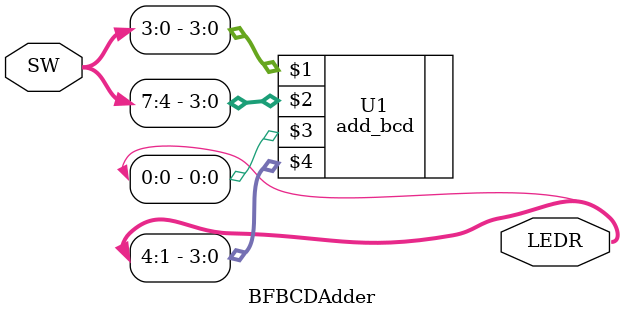
<source format=v>
module BFBCDAdder(
input [7:0] SW,
output [4:0] LEDR
);

add_bcd	U1(SW[3:0], SW[7:4], LEDR[0], LEDR[4:1]);

endmodule
</source>
